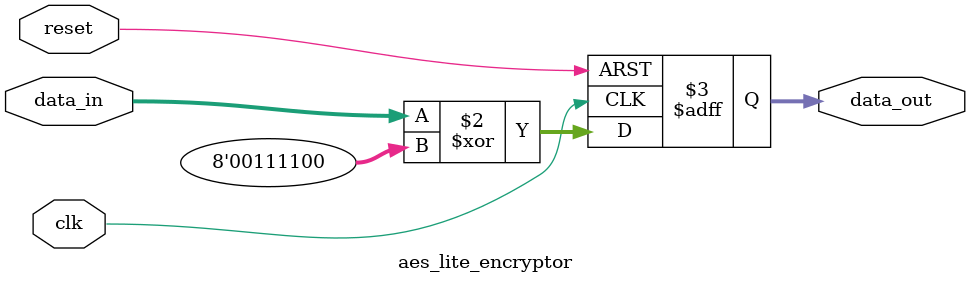
<source format=sv>
module aes_lite_encryptor (
    input logic clk, reset,
    input logic [7:0] data_in,
    output logic [7:0] data_out
);
    parameter logic [7:0] ENCRYPT_KEY = 8'h3C;

    always_ff @(posedge clk or posedge reset) begin
        if (reset) data_out <= 0;
        else data_out <= data_in ^ ENCRYPT_KEY;
    end
endmodule

</source>
